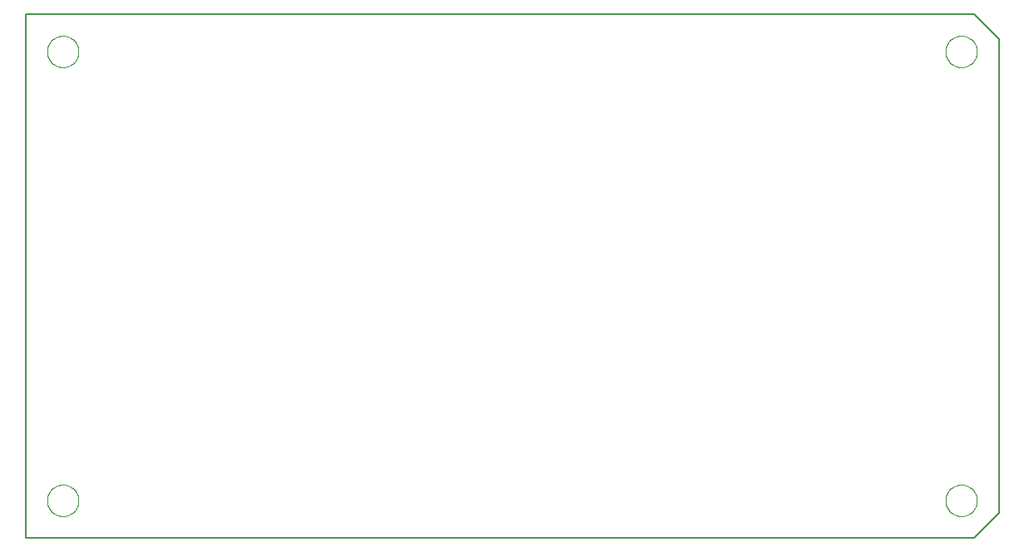
<source format=gko>
G75*
%MOIN*%
%OFA0B0*%
%FSLAX25Y25*%
%IPPOS*%
%LPD*%
%AMOC8*
5,1,8,0,0,1.08239X$1,22.5*
%
%ADD10C,0.00800*%
%ADD11C,0.00000*%
D10*
X0092595Y0021800D02*
X0092595Y0231800D01*
X0472595Y0231800D01*
X0482595Y0221800D01*
X0482595Y0031800D01*
X0472595Y0021800D01*
X0092595Y0021800D01*
D11*
X0101296Y0036800D02*
X0101298Y0036958D01*
X0101304Y0037116D01*
X0101314Y0037274D01*
X0101328Y0037432D01*
X0101346Y0037589D01*
X0101367Y0037746D01*
X0101393Y0037902D01*
X0101423Y0038058D01*
X0101456Y0038213D01*
X0101494Y0038366D01*
X0101535Y0038519D01*
X0101580Y0038671D01*
X0101629Y0038822D01*
X0101682Y0038971D01*
X0101738Y0039119D01*
X0101798Y0039265D01*
X0101862Y0039410D01*
X0101930Y0039553D01*
X0102001Y0039695D01*
X0102075Y0039835D01*
X0102153Y0039972D01*
X0102235Y0040108D01*
X0102319Y0040242D01*
X0102408Y0040373D01*
X0102499Y0040502D01*
X0102594Y0040629D01*
X0102691Y0040754D01*
X0102792Y0040876D01*
X0102896Y0040995D01*
X0103003Y0041112D01*
X0103113Y0041226D01*
X0103226Y0041337D01*
X0103341Y0041446D01*
X0103459Y0041551D01*
X0103580Y0041653D01*
X0103703Y0041753D01*
X0103829Y0041849D01*
X0103957Y0041942D01*
X0104087Y0042032D01*
X0104220Y0042118D01*
X0104355Y0042202D01*
X0104491Y0042281D01*
X0104630Y0042358D01*
X0104771Y0042430D01*
X0104913Y0042500D01*
X0105057Y0042565D01*
X0105203Y0042627D01*
X0105350Y0042685D01*
X0105499Y0042740D01*
X0105649Y0042791D01*
X0105800Y0042838D01*
X0105952Y0042881D01*
X0106105Y0042920D01*
X0106260Y0042956D01*
X0106415Y0042987D01*
X0106571Y0043015D01*
X0106727Y0043039D01*
X0106884Y0043059D01*
X0107042Y0043075D01*
X0107199Y0043087D01*
X0107358Y0043095D01*
X0107516Y0043099D01*
X0107674Y0043099D01*
X0107832Y0043095D01*
X0107991Y0043087D01*
X0108148Y0043075D01*
X0108306Y0043059D01*
X0108463Y0043039D01*
X0108619Y0043015D01*
X0108775Y0042987D01*
X0108930Y0042956D01*
X0109085Y0042920D01*
X0109238Y0042881D01*
X0109390Y0042838D01*
X0109541Y0042791D01*
X0109691Y0042740D01*
X0109840Y0042685D01*
X0109987Y0042627D01*
X0110133Y0042565D01*
X0110277Y0042500D01*
X0110419Y0042430D01*
X0110560Y0042358D01*
X0110699Y0042281D01*
X0110835Y0042202D01*
X0110970Y0042118D01*
X0111103Y0042032D01*
X0111233Y0041942D01*
X0111361Y0041849D01*
X0111487Y0041753D01*
X0111610Y0041653D01*
X0111731Y0041551D01*
X0111849Y0041446D01*
X0111964Y0041337D01*
X0112077Y0041226D01*
X0112187Y0041112D01*
X0112294Y0040995D01*
X0112398Y0040876D01*
X0112499Y0040754D01*
X0112596Y0040629D01*
X0112691Y0040502D01*
X0112782Y0040373D01*
X0112871Y0040242D01*
X0112955Y0040108D01*
X0113037Y0039972D01*
X0113115Y0039835D01*
X0113189Y0039695D01*
X0113260Y0039553D01*
X0113328Y0039410D01*
X0113392Y0039265D01*
X0113452Y0039119D01*
X0113508Y0038971D01*
X0113561Y0038822D01*
X0113610Y0038671D01*
X0113655Y0038519D01*
X0113696Y0038366D01*
X0113734Y0038213D01*
X0113767Y0038058D01*
X0113797Y0037902D01*
X0113823Y0037746D01*
X0113844Y0037589D01*
X0113862Y0037432D01*
X0113876Y0037274D01*
X0113886Y0037116D01*
X0113892Y0036958D01*
X0113894Y0036800D01*
X0113892Y0036642D01*
X0113886Y0036484D01*
X0113876Y0036326D01*
X0113862Y0036168D01*
X0113844Y0036011D01*
X0113823Y0035854D01*
X0113797Y0035698D01*
X0113767Y0035542D01*
X0113734Y0035387D01*
X0113696Y0035234D01*
X0113655Y0035081D01*
X0113610Y0034929D01*
X0113561Y0034778D01*
X0113508Y0034629D01*
X0113452Y0034481D01*
X0113392Y0034335D01*
X0113328Y0034190D01*
X0113260Y0034047D01*
X0113189Y0033905D01*
X0113115Y0033765D01*
X0113037Y0033628D01*
X0112955Y0033492D01*
X0112871Y0033358D01*
X0112782Y0033227D01*
X0112691Y0033098D01*
X0112596Y0032971D01*
X0112499Y0032846D01*
X0112398Y0032724D01*
X0112294Y0032605D01*
X0112187Y0032488D01*
X0112077Y0032374D01*
X0111964Y0032263D01*
X0111849Y0032154D01*
X0111731Y0032049D01*
X0111610Y0031947D01*
X0111487Y0031847D01*
X0111361Y0031751D01*
X0111233Y0031658D01*
X0111103Y0031568D01*
X0110970Y0031482D01*
X0110835Y0031398D01*
X0110699Y0031319D01*
X0110560Y0031242D01*
X0110419Y0031170D01*
X0110277Y0031100D01*
X0110133Y0031035D01*
X0109987Y0030973D01*
X0109840Y0030915D01*
X0109691Y0030860D01*
X0109541Y0030809D01*
X0109390Y0030762D01*
X0109238Y0030719D01*
X0109085Y0030680D01*
X0108930Y0030644D01*
X0108775Y0030613D01*
X0108619Y0030585D01*
X0108463Y0030561D01*
X0108306Y0030541D01*
X0108148Y0030525D01*
X0107991Y0030513D01*
X0107832Y0030505D01*
X0107674Y0030501D01*
X0107516Y0030501D01*
X0107358Y0030505D01*
X0107199Y0030513D01*
X0107042Y0030525D01*
X0106884Y0030541D01*
X0106727Y0030561D01*
X0106571Y0030585D01*
X0106415Y0030613D01*
X0106260Y0030644D01*
X0106105Y0030680D01*
X0105952Y0030719D01*
X0105800Y0030762D01*
X0105649Y0030809D01*
X0105499Y0030860D01*
X0105350Y0030915D01*
X0105203Y0030973D01*
X0105057Y0031035D01*
X0104913Y0031100D01*
X0104771Y0031170D01*
X0104630Y0031242D01*
X0104491Y0031319D01*
X0104355Y0031398D01*
X0104220Y0031482D01*
X0104087Y0031568D01*
X0103957Y0031658D01*
X0103829Y0031751D01*
X0103703Y0031847D01*
X0103580Y0031947D01*
X0103459Y0032049D01*
X0103341Y0032154D01*
X0103226Y0032263D01*
X0103113Y0032374D01*
X0103003Y0032488D01*
X0102896Y0032605D01*
X0102792Y0032724D01*
X0102691Y0032846D01*
X0102594Y0032971D01*
X0102499Y0033098D01*
X0102408Y0033227D01*
X0102319Y0033358D01*
X0102235Y0033492D01*
X0102153Y0033628D01*
X0102075Y0033765D01*
X0102001Y0033905D01*
X0101930Y0034047D01*
X0101862Y0034190D01*
X0101798Y0034335D01*
X0101738Y0034481D01*
X0101682Y0034629D01*
X0101629Y0034778D01*
X0101580Y0034929D01*
X0101535Y0035081D01*
X0101494Y0035234D01*
X0101456Y0035387D01*
X0101423Y0035542D01*
X0101393Y0035698D01*
X0101367Y0035854D01*
X0101346Y0036011D01*
X0101328Y0036168D01*
X0101314Y0036326D01*
X0101304Y0036484D01*
X0101298Y0036642D01*
X0101296Y0036800D01*
X0101296Y0216800D02*
X0101298Y0216958D01*
X0101304Y0217116D01*
X0101314Y0217274D01*
X0101328Y0217432D01*
X0101346Y0217589D01*
X0101367Y0217746D01*
X0101393Y0217902D01*
X0101423Y0218058D01*
X0101456Y0218213D01*
X0101494Y0218366D01*
X0101535Y0218519D01*
X0101580Y0218671D01*
X0101629Y0218822D01*
X0101682Y0218971D01*
X0101738Y0219119D01*
X0101798Y0219265D01*
X0101862Y0219410D01*
X0101930Y0219553D01*
X0102001Y0219695D01*
X0102075Y0219835D01*
X0102153Y0219972D01*
X0102235Y0220108D01*
X0102319Y0220242D01*
X0102408Y0220373D01*
X0102499Y0220502D01*
X0102594Y0220629D01*
X0102691Y0220754D01*
X0102792Y0220876D01*
X0102896Y0220995D01*
X0103003Y0221112D01*
X0103113Y0221226D01*
X0103226Y0221337D01*
X0103341Y0221446D01*
X0103459Y0221551D01*
X0103580Y0221653D01*
X0103703Y0221753D01*
X0103829Y0221849D01*
X0103957Y0221942D01*
X0104087Y0222032D01*
X0104220Y0222118D01*
X0104355Y0222202D01*
X0104491Y0222281D01*
X0104630Y0222358D01*
X0104771Y0222430D01*
X0104913Y0222500D01*
X0105057Y0222565D01*
X0105203Y0222627D01*
X0105350Y0222685D01*
X0105499Y0222740D01*
X0105649Y0222791D01*
X0105800Y0222838D01*
X0105952Y0222881D01*
X0106105Y0222920D01*
X0106260Y0222956D01*
X0106415Y0222987D01*
X0106571Y0223015D01*
X0106727Y0223039D01*
X0106884Y0223059D01*
X0107042Y0223075D01*
X0107199Y0223087D01*
X0107358Y0223095D01*
X0107516Y0223099D01*
X0107674Y0223099D01*
X0107832Y0223095D01*
X0107991Y0223087D01*
X0108148Y0223075D01*
X0108306Y0223059D01*
X0108463Y0223039D01*
X0108619Y0223015D01*
X0108775Y0222987D01*
X0108930Y0222956D01*
X0109085Y0222920D01*
X0109238Y0222881D01*
X0109390Y0222838D01*
X0109541Y0222791D01*
X0109691Y0222740D01*
X0109840Y0222685D01*
X0109987Y0222627D01*
X0110133Y0222565D01*
X0110277Y0222500D01*
X0110419Y0222430D01*
X0110560Y0222358D01*
X0110699Y0222281D01*
X0110835Y0222202D01*
X0110970Y0222118D01*
X0111103Y0222032D01*
X0111233Y0221942D01*
X0111361Y0221849D01*
X0111487Y0221753D01*
X0111610Y0221653D01*
X0111731Y0221551D01*
X0111849Y0221446D01*
X0111964Y0221337D01*
X0112077Y0221226D01*
X0112187Y0221112D01*
X0112294Y0220995D01*
X0112398Y0220876D01*
X0112499Y0220754D01*
X0112596Y0220629D01*
X0112691Y0220502D01*
X0112782Y0220373D01*
X0112871Y0220242D01*
X0112955Y0220108D01*
X0113037Y0219972D01*
X0113115Y0219835D01*
X0113189Y0219695D01*
X0113260Y0219553D01*
X0113328Y0219410D01*
X0113392Y0219265D01*
X0113452Y0219119D01*
X0113508Y0218971D01*
X0113561Y0218822D01*
X0113610Y0218671D01*
X0113655Y0218519D01*
X0113696Y0218366D01*
X0113734Y0218213D01*
X0113767Y0218058D01*
X0113797Y0217902D01*
X0113823Y0217746D01*
X0113844Y0217589D01*
X0113862Y0217432D01*
X0113876Y0217274D01*
X0113886Y0217116D01*
X0113892Y0216958D01*
X0113894Y0216800D01*
X0113892Y0216642D01*
X0113886Y0216484D01*
X0113876Y0216326D01*
X0113862Y0216168D01*
X0113844Y0216011D01*
X0113823Y0215854D01*
X0113797Y0215698D01*
X0113767Y0215542D01*
X0113734Y0215387D01*
X0113696Y0215234D01*
X0113655Y0215081D01*
X0113610Y0214929D01*
X0113561Y0214778D01*
X0113508Y0214629D01*
X0113452Y0214481D01*
X0113392Y0214335D01*
X0113328Y0214190D01*
X0113260Y0214047D01*
X0113189Y0213905D01*
X0113115Y0213765D01*
X0113037Y0213628D01*
X0112955Y0213492D01*
X0112871Y0213358D01*
X0112782Y0213227D01*
X0112691Y0213098D01*
X0112596Y0212971D01*
X0112499Y0212846D01*
X0112398Y0212724D01*
X0112294Y0212605D01*
X0112187Y0212488D01*
X0112077Y0212374D01*
X0111964Y0212263D01*
X0111849Y0212154D01*
X0111731Y0212049D01*
X0111610Y0211947D01*
X0111487Y0211847D01*
X0111361Y0211751D01*
X0111233Y0211658D01*
X0111103Y0211568D01*
X0110970Y0211482D01*
X0110835Y0211398D01*
X0110699Y0211319D01*
X0110560Y0211242D01*
X0110419Y0211170D01*
X0110277Y0211100D01*
X0110133Y0211035D01*
X0109987Y0210973D01*
X0109840Y0210915D01*
X0109691Y0210860D01*
X0109541Y0210809D01*
X0109390Y0210762D01*
X0109238Y0210719D01*
X0109085Y0210680D01*
X0108930Y0210644D01*
X0108775Y0210613D01*
X0108619Y0210585D01*
X0108463Y0210561D01*
X0108306Y0210541D01*
X0108148Y0210525D01*
X0107991Y0210513D01*
X0107832Y0210505D01*
X0107674Y0210501D01*
X0107516Y0210501D01*
X0107358Y0210505D01*
X0107199Y0210513D01*
X0107042Y0210525D01*
X0106884Y0210541D01*
X0106727Y0210561D01*
X0106571Y0210585D01*
X0106415Y0210613D01*
X0106260Y0210644D01*
X0106105Y0210680D01*
X0105952Y0210719D01*
X0105800Y0210762D01*
X0105649Y0210809D01*
X0105499Y0210860D01*
X0105350Y0210915D01*
X0105203Y0210973D01*
X0105057Y0211035D01*
X0104913Y0211100D01*
X0104771Y0211170D01*
X0104630Y0211242D01*
X0104491Y0211319D01*
X0104355Y0211398D01*
X0104220Y0211482D01*
X0104087Y0211568D01*
X0103957Y0211658D01*
X0103829Y0211751D01*
X0103703Y0211847D01*
X0103580Y0211947D01*
X0103459Y0212049D01*
X0103341Y0212154D01*
X0103226Y0212263D01*
X0103113Y0212374D01*
X0103003Y0212488D01*
X0102896Y0212605D01*
X0102792Y0212724D01*
X0102691Y0212846D01*
X0102594Y0212971D01*
X0102499Y0213098D01*
X0102408Y0213227D01*
X0102319Y0213358D01*
X0102235Y0213492D01*
X0102153Y0213628D01*
X0102075Y0213765D01*
X0102001Y0213905D01*
X0101930Y0214047D01*
X0101862Y0214190D01*
X0101798Y0214335D01*
X0101738Y0214481D01*
X0101682Y0214629D01*
X0101629Y0214778D01*
X0101580Y0214929D01*
X0101535Y0215081D01*
X0101494Y0215234D01*
X0101456Y0215387D01*
X0101423Y0215542D01*
X0101393Y0215698D01*
X0101367Y0215854D01*
X0101346Y0216011D01*
X0101328Y0216168D01*
X0101314Y0216326D01*
X0101304Y0216484D01*
X0101298Y0216642D01*
X0101296Y0216800D01*
X0461296Y0216800D02*
X0461298Y0216958D01*
X0461304Y0217116D01*
X0461314Y0217274D01*
X0461328Y0217432D01*
X0461346Y0217589D01*
X0461367Y0217746D01*
X0461393Y0217902D01*
X0461423Y0218058D01*
X0461456Y0218213D01*
X0461494Y0218366D01*
X0461535Y0218519D01*
X0461580Y0218671D01*
X0461629Y0218822D01*
X0461682Y0218971D01*
X0461738Y0219119D01*
X0461798Y0219265D01*
X0461862Y0219410D01*
X0461930Y0219553D01*
X0462001Y0219695D01*
X0462075Y0219835D01*
X0462153Y0219972D01*
X0462235Y0220108D01*
X0462319Y0220242D01*
X0462408Y0220373D01*
X0462499Y0220502D01*
X0462594Y0220629D01*
X0462691Y0220754D01*
X0462792Y0220876D01*
X0462896Y0220995D01*
X0463003Y0221112D01*
X0463113Y0221226D01*
X0463226Y0221337D01*
X0463341Y0221446D01*
X0463459Y0221551D01*
X0463580Y0221653D01*
X0463703Y0221753D01*
X0463829Y0221849D01*
X0463957Y0221942D01*
X0464087Y0222032D01*
X0464220Y0222118D01*
X0464355Y0222202D01*
X0464491Y0222281D01*
X0464630Y0222358D01*
X0464771Y0222430D01*
X0464913Y0222500D01*
X0465057Y0222565D01*
X0465203Y0222627D01*
X0465350Y0222685D01*
X0465499Y0222740D01*
X0465649Y0222791D01*
X0465800Y0222838D01*
X0465952Y0222881D01*
X0466105Y0222920D01*
X0466260Y0222956D01*
X0466415Y0222987D01*
X0466571Y0223015D01*
X0466727Y0223039D01*
X0466884Y0223059D01*
X0467042Y0223075D01*
X0467199Y0223087D01*
X0467358Y0223095D01*
X0467516Y0223099D01*
X0467674Y0223099D01*
X0467832Y0223095D01*
X0467991Y0223087D01*
X0468148Y0223075D01*
X0468306Y0223059D01*
X0468463Y0223039D01*
X0468619Y0223015D01*
X0468775Y0222987D01*
X0468930Y0222956D01*
X0469085Y0222920D01*
X0469238Y0222881D01*
X0469390Y0222838D01*
X0469541Y0222791D01*
X0469691Y0222740D01*
X0469840Y0222685D01*
X0469987Y0222627D01*
X0470133Y0222565D01*
X0470277Y0222500D01*
X0470419Y0222430D01*
X0470560Y0222358D01*
X0470699Y0222281D01*
X0470835Y0222202D01*
X0470970Y0222118D01*
X0471103Y0222032D01*
X0471233Y0221942D01*
X0471361Y0221849D01*
X0471487Y0221753D01*
X0471610Y0221653D01*
X0471731Y0221551D01*
X0471849Y0221446D01*
X0471964Y0221337D01*
X0472077Y0221226D01*
X0472187Y0221112D01*
X0472294Y0220995D01*
X0472398Y0220876D01*
X0472499Y0220754D01*
X0472596Y0220629D01*
X0472691Y0220502D01*
X0472782Y0220373D01*
X0472871Y0220242D01*
X0472955Y0220108D01*
X0473037Y0219972D01*
X0473115Y0219835D01*
X0473189Y0219695D01*
X0473260Y0219553D01*
X0473328Y0219410D01*
X0473392Y0219265D01*
X0473452Y0219119D01*
X0473508Y0218971D01*
X0473561Y0218822D01*
X0473610Y0218671D01*
X0473655Y0218519D01*
X0473696Y0218366D01*
X0473734Y0218213D01*
X0473767Y0218058D01*
X0473797Y0217902D01*
X0473823Y0217746D01*
X0473844Y0217589D01*
X0473862Y0217432D01*
X0473876Y0217274D01*
X0473886Y0217116D01*
X0473892Y0216958D01*
X0473894Y0216800D01*
X0473892Y0216642D01*
X0473886Y0216484D01*
X0473876Y0216326D01*
X0473862Y0216168D01*
X0473844Y0216011D01*
X0473823Y0215854D01*
X0473797Y0215698D01*
X0473767Y0215542D01*
X0473734Y0215387D01*
X0473696Y0215234D01*
X0473655Y0215081D01*
X0473610Y0214929D01*
X0473561Y0214778D01*
X0473508Y0214629D01*
X0473452Y0214481D01*
X0473392Y0214335D01*
X0473328Y0214190D01*
X0473260Y0214047D01*
X0473189Y0213905D01*
X0473115Y0213765D01*
X0473037Y0213628D01*
X0472955Y0213492D01*
X0472871Y0213358D01*
X0472782Y0213227D01*
X0472691Y0213098D01*
X0472596Y0212971D01*
X0472499Y0212846D01*
X0472398Y0212724D01*
X0472294Y0212605D01*
X0472187Y0212488D01*
X0472077Y0212374D01*
X0471964Y0212263D01*
X0471849Y0212154D01*
X0471731Y0212049D01*
X0471610Y0211947D01*
X0471487Y0211847D01*
X0471361Y0211751D01*
X0471233Y0211658D01*
X0471103Y0211568D01*
X0470970Y0211482D01*
X0470835Y0211398D01*
X0470699Y0211319D01*
X0470560Y0211242D01*
X0470419Y0211170D01*
X0470277Y0211100D01*
X0470133Y0211035D01*
X0469987Y0210973D01*
X0469840Y0210915D01*
X0469691Y0210860D01*
X0469541Y0210809D01*
X0469390Y0210762D01*
X0469238Y0210719D01*
X0469085Y0210680D01*
X0468930Y0210644D01*
X0468775Y0210613D01*
X0468619Y0210585D01*
X0468463Y0210561D01*
X0468306Y0210541D01*
X0468148Y0210525D01*
X0467991Y0210513D01*
X0467832Y0210505D01*
X0467674Y0210501D01*
X0467516Y0210501D01*
X0467358Y0210505D01*
X0467199Y0210513D01*
X0467042Y0210525D01*
X0466884Y0210541D01*
X0466727Y0210561D01*
X0466571Y0210585D01*
X0466415Y0210613D01*
X0466260Y0210644D01*
X0466105Y0210680D01*
X0465952Y0210719D01*
X0465800Y0210762D01*
X0465649Y0210809D01*
X0465499Y0210860D01*
X0465350Y0210915D01*
X0465203Y0210973D01*
X0465057Y0211035D01*
X0464913Y0211100D01*
X0464771Y0211170D01*
X0464630Y0211242D01*
X0464491Y0211319D01*
X0464355Y0211398D01*
X0464220Y0211482D01*
X0464087Y0211568D01*
X0463957Y0211658D01*
X0463829Y0211751D01*
X0463703Y0211847D01*
X0463580Y0211947D01*
X0463459Y0212049D01*
X0463341Y0212154D01*
X0463226Y0212263D01*
X0463113Y0212374D01*
X0463003Y0212488D01*
X0462896Y0212605D01*
X0462792Y0212724D01*
X0462691Y0212846D01*
X0462594Y0212971D01*
X0462499Y0213098D01*
X0462408Y0213227D01*
X0462319Y0213358D01*
X0462235Y0213492D01*
X0462153Y0213628D01*
X0462075Y0213765D01*
X0462001Y0213905D01*
X0461930Y0214047D01*
X0461862Y0214190D01*
X0461798Y0214335D01*
X0461738Y0214481D01*
X0461682Y0214629D01*
X0461629Y0214778D01*
X0461580Y0214929D01*
X0461535Y0215081D01*
X0461494Y0215234D01*
X0461456Y0215387D01*
X0461423Y0215542D01*
X0461393Y0215698D01*
X0461367Y0215854D01*
X0461346Y0216011D01*
X0461328Y0216168D01*
X0461314Y0216326D01*
X0461304Y0216484D01*
X0461298Y0216642D01*
X0461296Y0216800D01*
X0461296Y0036800D02*
X0461298Y0036958D01*
X0461304Y0037116D01*
X0461314Y0037274D01*
X0461328Y0037432D01*
X0461346Y0037589D01*
X0461367Y0037746D01*
X0461393Y0037902D01*
X0461423Y0038058D01*
X0461456Y0038213D01*
X0461494Y0038366D01*
X0461535Y0038519D01*
X0461580Y0038671D01*
X0461629Y0038822D01*
X0461682Y0038971D01*
X0461738Y0039119D01*
X0461798Y0039265D01*
X0461862Y0039410D01*
X0461930Y0039553D01*
X0462001Y0039695D01*
X0462075Y0039835D01*
X0462153Y0039972D01*
X0462235Y0040108D01*
X0462319Y0040242D01*
X0462408Y0040373D01*
X0462499Y0040502D01*
X0462594Y0040629D01*
X0462691Y0040754D01*
X0462792Y0040876D01*
X0462896Y0040995D01*
X0463003Y0041112D01*
X0463113Y0041226D01*
X0463226Y0041337D01*
X0463341Y0041446D01*
X0463459Y0041551D01*
X0463580Y0041653D01*
X0463703Y0041753D01*
X0463829Y0041849D01*
X0463957Y0041942D01*
X0464087Y0042032D01*
X0464220Y0042118D01*
X0464355Y0042202D01*
X0464491Y0042281D01*
X0464630Y0042358D01*
X0464771Y0042430D01*
X0464913Y0042500D01*
X0465057Y0042565D01*
X0465203Y0042627D01*
X0465350Y0042685D01*
X0465499Y0042740D01*
X0465649Y0042791D01*
X0465800Y0042838D01*
X0465952Y0042881D01*
X0466105Y0042920D01*
X0466260Y0042956D01*
X0466415Y0042987D01*
X0466571Y0043015D01*
X0466727Y0043039D01*
X0466884Y0043059D01*
X0467042Y0043075D01*
X0467199Y0043087D01*
X0467358Y0043095D01*
X0467516Y0043099D01*
X0467674Y0043099D01*
X0467832Y0043095D01*
X0467991Y0043087D01*
X0468148Y0043075D01*
X0468306Y0043059D01*
X0468463Y0043039D01*
X0468619Y0043015D01*
X0468775Y0042987D01*
X0468930Y0042956D01*
X0469085Y0042920D01*
X0469238Y0042881D01*
X0469390Y0042838D01*
X0469541Y0042791D01*
X0469691Y0042740D01*
X0469840Y0042685D01*
X0469987Y0042627D01*
X0470133Y0042565D01*
X0470277Y0042500D01*
X0470419Y0042430D01*
X0470560Y0042358D01*
X0470699Y0042281D01*
X0470835Y0042202D01*
X0470970Y0042118D01*
X0471103Y0042032D01*
X0471233Y0041942D01*
X0471361Y0041849D01*
X0471487Y0041753D01*
X0471610Y0041653D01*
X0471731Y0041551D01*
X0471849Y0041446D01*
X0471964Y0041337D01*
X0472077Y0041226D01*
X0472187Y0041112D01*
X0472294Y0040995D01*
X0472398Y0040876D01*
X0472499Y0040754D01*
X0472596Y0040629D01*
X0472691Y0040502D01*
X0472782Y0040373D01*
X0472871Y0040242D01*
X0472955Y0040108D01*
X0473037Y0039972D01*
X0473115Y0039835D01*
X0473189Y0039695D01*
X0473260Y0039553D01*
X0473328Y0039410D01*
X0473392Y0039265D01*
X0473452Y0039119D01*
X0473508Y0038971D01*
X0473561Y0038822D01*
X0473610Y0038671D01*
X0473655Y0038519D01*
X0473696Y0038366D01*
X0473734Y0038213D01*
X0473767Y0038058D01*
X0473797Y0037902D01*
X0473823Y0037746D01*
X0473844Y0037589D01*
X0473862Y0037432D01*
X0473876Y0037274D01*
X0473886Y0037116D01*
X0473892Y0036958D01*
X0473894Y0036800D01*
X0473892Y0036642D01*
X0473886Y0036484D01*
X0473876Y0036326D01*
X0473862Y0036168D01*
X0473844Y0036011D01*
X0473823Y0035854D01*
X0473797Y0035698D01*
X0473767Y0035542D01*
X0473734Y0035387D01*
X0473696Y0035234D01*
X0473655Y0035081D01*
X0473610Y0034929D01*
X0473561Y0034778D01*
X0473508Y0034629D01*
X0473452Y0034481D01*
X0473392Y0034335D01*
X0473328Y0034190D01*
X0473260Y0034047D01*
X0473189Y0033905D01*
X0473115Y0033765D01*
X0473037Y0033628D01*
X0472955Y0033492D01*
X0472871Y0033358D01*
X0472782Y0033227D01*
X0472691Y0033098D01*
X0472596Y0032971D01*
X0472499Y0032846D01*
X0472398Y0032724D01*
X0472294Y0032605D01*
X0472187Y0032488D01*
X0472077Y0032374D01*
X0471964Y0032263D01*
X0471849Y0032154D01*
X0471731Y0032049D01*
X0471610Y0031947D01*
X0471487Y0031847D01*
X0471361Y0031751D01*
X0471233Y0031658D01*
X0471103Y0031568D01*
X0470970Y0031482D01*
X0470835Y0031398D01*
X0470699Y0031319D01*
X0470560Y0031242D01*
X0470419Y0031170D01*
X0470277Y0031100D01*
X0470133Y0031035D01*
X0469987Y0030973D01*
X0469840Y0030915D01*
X0469691Y0030860D01*
X0469541Y0030809D01*
X0469390Y0030762D01*
X0469238Y0030719D01*
X0469085Y0030680D01*
X0468930Y0030644D01*
X0468775Y0030613D01*
X0468619Y0030585D01*
X0468463Y0030561D01*
X0468306Y0030541D01*
X0468148Y0030525D01*
X0467991Y0030513D01*
X0467832Y0030505D01*
X0467674Y0030501D01*
X0467516Y0030501D01*
X0467358Y0030505D01*
X0467199Y0030513D01*
X0467042Y0030525D01*
X0466884Y0030541D01*
X0466727Y0030561D01*
X0466571Y0030585D01*
X0466415Y0030613D01*
X0466260Y0030644D01*
X0466105Y0030680D01*
X0465952Y0030719D01*
X0465800Y0030762D01*
X0465649Y0030809D01*
X0465499Y0030860D01*
X0465350Y0030915D01*
X0465203Y0030973D01*
X0465057Y0031035D01*
X0464913Y0031100D01*
X0464771Y0031170D01*
X0464630Y0031242D01*
X0464491Y0031319D01*
X0464355Y0031398D01*
X0464220Y0031482D01*
X0464087Y0031568D01*
X0463957Y0031658D01*
X0463829Y0031751D01*
X0463703Y0031847D01*
X0463580Y0031947D01*
X0463459Y0032049D01*
X0463341Y0032154D01*
X0463226Y0032263D01*
X0463113Y0032374D01*
X0463003Y0032488D01*
X0462896Y0032605D01*
X0462792Y0032724D01*
X0462691Y0032846D01*
X0462594Y0032971D01*
X0462499Y0033098D01*
X0462408Y0033227D01*
X0462319Y0033358D01*
X0462235Y0033492D01*
X0462153Y0033628D01*
X0462075Y0033765D01*
X0462001Y0033905D01*
X0461930Y0034047D01*
X0461862Y0034190D01*
X0461798Y0034335D01*
X0461738Y0034481D01*
X0461682Y0034629D01*
X0461629Y0034778D01*
X0461580Y0034929D01*
X0461535Y0035081D01*
X0461494Y0035234D01*
X0461456Y0035387D01*
X0461423Y0035542D01*
X0461393Y0035698D01*
X0461367Y0035854D01*
X0461346Y0036011D01*
X0461328Y0036168D01*
X0461314Y0036326D01*
X0461304Y0036484D01*
X0461298Y0036642D01*
X0461296Y0036800D01*
M02*

</source>
